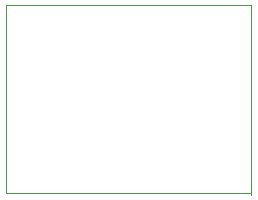
<source format=gbr>
%TF.GenerationSoftware,KiCad,Pcbnew,(5.1.9)-1*%
%TF.CreationDate,2021-04-04T18:40:27-05:00*%
%TF.ProjectId,S-video pcb breakout vertical,532d7669-6465-46f2-9070-636220627265,rev?*%
%TF.SameCoordinates,Original*%
%TF.FileFunction,Profile,NP*%
%FSLAX46Y46*%
G04 Gerber Fmt 4.6, Leading zero omitted, Abs format (unit mm)*
G04 Created by KiCad (PCBNEW (5.1.9)-1) date 2021-04-04 18:40:27*
%MOMM*%
%LPD*%
G01*
G04 APERTURE LIST*
%TA.AperFunction,Profile*%
%ADD10C,0.050000*%
%TD*%
G04 APERTURE END LIST*
D10*
X146180000Y-113350000D02*
X166890000Y-113350000D01*
X146180000Y-97450000D02*
X146180000Y-113350000D01*
X166910000Y-97450000D02*
X146180000Y-97450000D01*
X166900000Y-113510000D02*
X166910000Y-97450000D01*
M02*

</source>
